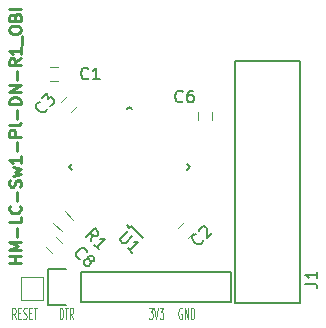
<source format=gbr>
G04 #@! TF.FileFunction,Legend,Top*
%FSLAX46Y46*%
G04 Gerber Fmt 4.6, Leading zero omitted, Abs format (unit mm)*
G04 Created by KiCad (PCBNEW 4.0.7) date 08/12/18 13:26:52*
%MOMM*%
%LPD*%
G01*
G04 APERTURE LIST*
%ADD10C,0.100000*%
%ADD11C,0.125000*%
%ADD12C,0.250000*%
%ADD13C,0.120000*%
%ADD14C,0.150000*%
G04 APERTURE END LIST*
D10*
D11*
X115062047Y-111641000D02*
X115014428Y-111593381D01*
X114943000Y-111593381D01*
X114871571Y-111641000D01*
X114823952Y-111736238D01*
X114800143Y-111831476D01*
X114776333Y-112021952D01*
X114776333Y-112164810D01*
X114800143Y-112355286D01*
X114823952Y-112450524D01*
X114871571Y-112545762D01*
X114943000Y-112593381D01*
X114990619Y-112593381D01*
X115062047Y-112545762D01*
X115085857Y-112498143D01*
X115085857Y-112164810D01*
X114990619Y-112164810D01*
X115300143Y-112593381D02*
X115300143Y-111593381D01*
X115585857Y-112593381D01*
X115585857Y-111593381D01*
X115823953Y-112593381D02*
X115823953Y-111593381D01*
X115943000Y-111593381D01*
X116014429Y-111641000D01*
X116062048Y-111736238D01*
X116085857Y-111831476D01*
X116109667Y-112021952D01*
X116109667Y-112164810D01*
X116085857Y-112355286D01*
X116062048Y-112450524D01*
X116014429Y-112545762D01*
X115943000Y-112593381D01*
X115823953Y-112593381D01*
X112283954Y-111593381D02*
X112593477Y-111593381D01*
X112426811Y-111974333D01*
X112498239Y-111974333D01*
X112545858Y-112021952D01*
X112569668Y-112069571D01*
X112593477Y-112164810D01*
X112593477Y-112402905D01*
X112569668Y-112498143D01*
X112545858Y-112545762D01*
X112498239Y-112593381D01*
X112355382Y-112593381D01*
X112307763Y-112545762D01*
X112283954Y-112498143D01*
X112736334Y-111593381D02*
X112903001Y-112593381D01*
X113069667Y-111593381D01*
X113188715Y-111593381D02*
X113498238Y-111593381D01*
X113331572Y-111974333D01*
X113403000Y-111974333D01*
X113450619Y-112021952D01*
X113474429Y-112069571D01*
X113498238Y-112164810D01*
X113498238Y-112402905D01*
X113474429Y-112498143D01*
X113450619Y-112545762D01*
X113403000Y-112593381D01*
X113260143Y-112593381D01*
X113212524Y-112545762D01*
X113188715Y-112498143D01*
X104711572Y-112593381D02*
X104711572Y-111593381D01*
X104830619Y-111593381D01*
X104902048Y-111641000D01*
X104949667Y-111736238D01*
X104973476Y-111831476D01*
X104997286Y-112021952D01*
X104997286Y-112164810D01*
X104973476Y-112355286D01*
X104949667Y-112450524D01*
X104902048Y-112545762D01*
X104830619Y-112593381D01*
X104711572Y-112593381D01*
X105140143Y-111593381D02*
X105425857Y-111593381D01*
X105283000Y-112593381D02*
X105283000Y-111593381D01*
X105878238Y-112593381D02*
X105711571Y-112117190D01*
X105592524Y-112593381D02*
X105592524Y-111593381D01*
X105783000Y-111593381D01*
X105830619Y-111641000D01*
X105854428Y-111688619D01*
X105878238Y-111783857D01*
X105878238Y-111926714D01*
X105854428Y-112021952D01*
X105830619Y-112069571D01*
X105783000Y-112117190D01*
X105592524Y-112117190D01*
X101000810Y-112593381D02*
X100834143Y-112117190D01*
X100715096Y-112593381D02*
X100715096Y-111593381D01*
X100905572Y-111593381D01*
X100953191Y-111641000D01*
X100977000Y-111688619D01*
X101000810Y-111783857D01*
X101000810Y-111926714D01*
X100977000Y-112021952D01*
X100953191Y-112069571D01*
X100905572Y-112117190D01*
X100715096Y-112117190D01*
X101215096Y-112069571D02*
X101381762Y-112069571D01*
X101453191Y-112593381D02*
X101215096Y-112593381D01*
X101215096Y-111593381D01*
X101453191Y-111593381D01*
X101643667Y-112545762D02*
X101715096Y-112593381D01*
X101834143Y-112593381D01*
X101881762Y-112545762D01*
X101905572Y-112498143D01*
X101929381Y-112402905D01*
X101929381Y-112307667D01*
X101905572Y-112212429D01*
X101881762Y-112164810D01*
X101834143Y-112117190D01*
X101738905Y-112069571D01*
X101691286Y-112021952D01*
X101667477Y-111974333D01*
X101643667Y-111879095D01*
X101643667Y-111783857D01*
X101667477Y-111688619D01*
X101691286Y-111641000D01*
X101738905Y-111593381D01*
X101857953Y-111593381D01*
X101929381Y-111641000D01*
X102143667Y-112069571D02*
X102310333Y-112069571D01*
X102381762Y-112593381D02*
X102143667Y-112593381D01*
X102143667Y-111593381D01*
X102381762Y-111593381D01*
X102524619Y-111593381D02*
X102810333Y-111593381D01*
X102667476Y-112593381D02*
X102667476Y-111593381D01*
D12*
X101447381Y-107784047D02*
X100447381Y-107784047D01*
X100923571Y-107784047D02*
X100923571Y-107212618D01*
X101447381Y-107212618D02*
X100447381Y-107212618D01*
X101447381Y-106736428D02*
X100447381Y-106736428D01*
X101161667Y-106403094D01*
X100447381Y-106069761D01*
X101447381Y-106069761D01*
X101066429Y-105593571D02*
X101066429Y-104831666D01*
X101447381Y-103879285D02*
X101447381Y-104355476D01*
X100447381Y-104355476D01*
X101352143Y-102974523D02*
X101399762Y-103022142D01*
X101447381Y-103164999D01*
X101447381Y-103260237D01*
X101399762Y-103403095D01*
X101304524Y-103498333D01*
X101209286Y-103545952D01*
X101018810Y-103593571D01*
X100875952Y-103593571D01*
X100685476Y-103545952D01*
X100590238Y-103498333D01*
X100495000Y-103403095D01*
X100447381Y-103260237D01*
X100447381Y-103164999D01*
X100495000Y-103022142D01*
X100542619Y-102974523D01*
X101066429Y-102545952D02*
X101066429Y-101784047D01*
X101399762Y-101355476D02*
X101447381Y-101212619D01*
X101447381Y-100974523D01*
X101399762Y-100879285D01*
X101352143Y-100831666D01*
X101256905Y-100784047D01*
X101161667Y-100784047D01*
X101066429Y-100831666D01*
X101018810Y-100879285D01*
X100971190Y-100974523D01*
X100923571Y-101165000D01*
X100875952Y-101260238D01*
X100828333Y-101307857D01*
X100733095Y-101355476D01*
X100637857Y-101355476D01*
X100542619Y-101307857D01*
X100495000Y-101260238D01*
X100447381Y-101165000D01*
X100447381Y-100926904D01*
X100495000Y-100784047D01*
X100780714Y-100450714D02*
X101447381Y-100260238D01*
X100971190Y-100069761D01*
X101447381Y-99879285D01*
X100780714Y-99688809D01*
X101447381Y-98784047D02*
X101447381Y-99355476D01*
X101447381Y-99069762D02*
X100447381Y-99069762D01*
X100590238Y-99165000D01*
X100685476Y-99260238D01*
X100733095Y-99355476D01*
X101066429Y-98355476D02*
X101066429Y-97593571D01*
X101447381Y-97117381D02*
X100447381Y-97117381D01*
X100447381Y-96736428D01*
X100495000Y-96641190D01*
X100542619Y-96593571D01*
X100637857Y-96545952D01*
X100780714Y-96545952D01*
X100875952Y-96593571D01*
X100923571Y-96641190D01*
X100971190Y-96736428D01*
X100971190Y-97117381D01*
X101447381Y-95974524D02*
X101399762Y-96069762D01*
X101304524Y-96117381D01*
X100447381Y-96117381D01*
X101066429Y-95593571D02*
X101066429Y-94831666D01*
X101447381Y-94355476D02*
X100447381Y-94355476D01*
X100447381Y-94117381D01*
X100495000Y-93974523D01*
X100590238Y-93879285D01*
X100685476Y-93831666D01*
X100875952Y-93784047D01*
X101018810Y-93784047D01*
X101209286Y-93831666D01*
X101304524Y-93879285D01*
X101399762Y-93974523D01*
X101447381Y-94117381D01*
X101447381Y-94355476D01*
X101447381Y-93355476D02*
X100447381Y-93355476D01*
X101447381Y-92784047D01*
X100447381Y-92784047D01*
X101066429Y-92307857D02*
X101066429Y-91545952D01*
X101447381Y-90498333D02*
X100971190Y-90831667D01*
X101447381Y-91069762D02*
X100447381Y-91069762D01*
X100447381Y-90688809D01*
X100495000Y-90593571D01*
X100542619Y-90545952D01*
X100637857Y-90498333D01*
X100780714Y-90498333D01*
X100875952Y-90545952D01*
X100923571Y-90593571D01*
X100971190Y-90688809D01*
X100971190Y-91069762D01*
X101447381Y-89545952D02*
X101447381Y-90117381D01*
X101447381Y-89831667D02*
X100447381Y-89831667D01*
X100590238Y-89926905D01*
X100685476Y-90022143D01*
X100733095Y-90117381D01*
X101542619Y-89355476D02*
X101542619Y-88593571D01*
X100447381Y-88165000D02*
X100447381Y-87974523D01*
X100495000Y-87879285D01*
X100590238Y-87784047D01*
X100780714Y-87736428D01*
X101114048Y-87736428D01*
X101304524Y-87784047D01*
X101399762Y-87879285D01*
X101447381Y-87974523D01*
X101447381Y-88165000D01*
X101399762Y-88260238D01*
X101304524Y-88355476D01*
X101114048Y-88403095D01*
X100780714Y-88403095D01*
X100590238Y-88355476D01*
X100495000Y-88260238D01*
X100447381Y-88165000D01*
X100923571Y-86974523D02*
X100971190Y-86831666D01*
X101018810Y-86784047D01*
X101114048Y-86736428D01*
X101256905Y-86736428D01*
X101352143Y-86784047D01*
X101399762Y-86831666D01*
X101447381Y-86926904D01*
X101447381Y-87307857D01*
X100447381Y-87307857D01*
X100447381Y-86974523D01*
X100495000Y-86879285D01*
X100542619Y-86831666D01*
X100637857Y-86784047D01*
X100733095Y-86784047D01*
X100828333Y-86831666D01*
X100875952Y-86879285D01*
X100923571Y-86974523D01*
X100923571Y-87307857D01*
X101447381Y-86307857D02*
X100447381Y-86307857D01*
D13*
X103917000Y-91221000D02*
X104617000Y-91221000D01*
X104617000Y-92421000D02*
X103917000Y-92421000D01*
D14*
X110617000Y-104821524D02*
X110776099Y-104662425D01*
X105490476Y-99695000D02*
X105720286Y-99465190D01*
X110617000Y-94568476D02*
X110387190Y-94798286D01*
X115743524Y-99695000D02*
X115513714Y-99924810D01*
X110617000Y-104821524D02*
X110387190Y-104591714D01*
X115743524Y-99695000D02*
X115513714Y-99465190D01*
X110617000Y-94568476D02*
X110846810Y-94798286D01*
X105490476Y-99695000D02*
X105720286Y-99924810D01*
X110776099Y-104662425D02*
X111783726Y-105670052D01*
X106553000Y-108585000D02*
X119253000Y-108585000D01*
X119253000Y-108585000D02*
X119253000Y-111125000D01*
X119253000Y-111125000D02*
X106553000Y-111125000D01*
X103733000Y-108305000D02*
X105283000Y-108305000D01*
X106553000Y-108585000D02*
X106553000Y-111125000D01*
X105283000Y-111405000D02*
X103733000Y-111405000D01*
X103733000Y-111405000D02*
X103733000Y-108305000D01*
D13*
X116114751Y-105205777D02*
X115619777Y-105700751D01*
X114771249Y-104852223D02*
X115266223Y-104357249D01*
X106208751Y-94537777D02*
X105713777Y-95032751D01*
X104865249Y-94184223D02*
X105360223Y-93689249D01*
X104090223Y-106970751D02*
X103595249Y-106475777D01*
X104443777Y-105627249D02*
X104938751Y-106122223D01*
X104901721Y-105101386D02*
X104194614Y-104394279D01*
X105156279Y-103432614D02*
X105863386Y-104139721D01*
X101445000Y-109015000D02*
X101445000Y-110915000D01*
X101445000Y-110915000D02*
X103295000Y-110915000D01*
X103295000Y-110915000D02*
X103295000Y-109065000D01*
X103295000Y-109065000D02*
X103295000Y-109015000D01*
X103295000Y-109015000D02*
X101445000Y-109015000D01*
D14*
X125063000Y-111219000D02*
X125063000Y-90719000D01*
X125063000Y-90719000D02*
X119563000Y-90719000D01*
X119563000Y-90719000D02*
X119563000Y-111219000D01*
X119563000Y-111219000D02*
X125063000Y-111219000D01*
D13*
X116395000Y-95715000D02*
X116395000Y-95015000D01*
X117595000Y-95015000D02*
X117595000Y-95715000D01*
D14*
X107148334Y-92178143D02*
X107100715Y-92225762D01*
X106957858Y-92273381D01*
X106862620Y-92273381D01*
X106719762Y-92225762D01*
X106624524Y-92130524D01*
X106576905Y-92035286D01*
X106529286Y-91844810D01*
X106529286Y-91701952D01*
X106576905Y-91511476D01*
X106624524Y-91416238D01*
X106719762Y-91321000D01*
X106862620Y-91273381D01*
X106957858Y-91273381D01*
X107100715Y-91321000D01*
X107148334Y-91368619D01*
X108100715Y-92273381D02*
X107529286Y-92273381D01*
X107815000Y-92273381D02*
X107815000Y-91273381D01*
X107719762Y-91416238D01*
X107624524Y-91511476D01*
X107529286Y-91559095D01*
X110465477Y-105119027D02*
X109893057Y-105691447D01*
X109859385Y-105792462D01*
X109859385Y-105859805D01*
X109893057Y-105960820D01*
X110027745Y-106095508D01*
X110128760Y-106129180D01*
X110196103Y-106129180D01*
X110297118Y-106095508D01*
X110869538Y-105523088D01*
X110869538Y-106937302D02*
X110465477Y-106533240D01*
X110667507Y-106735271D02*
X111374614Y-106028164D01*
X111206255Y-106061836D01*
X111071569Y-106061836D01*
X110970553Y-106028164D01*
X116847688Y-105907389D02*
X116847688Y-105974732D01*
X116780344Y-106109419D01*
X116713001Y-106176763D01*
X116578313Y-106244107D01*
X116443626Y-106244107D01*
X116342611Y-106210435D01*
X116174253Y-106109420D01*
X116073237Y-106008404D01*
X115972222Y-105840045D01*
X115938550Y-105739030D01*
X115938550Y-105604343D01*
X116005894Y-105469656D01*
X116073237Y-105402312D01*
X116207924Y-105334969D01*
X116275268Y-105334969D01*
X116544641Y-105065595D02*
X116544641Y-104998252D01*
X116578313Y-104897237D01*
X116746672Y-104728877D01*
X116847688Y-104695206D01*
X116915031Y-104695206D01*
X117016046Y-104728877D01*
X117083390Y-104796221D01*
X117150733Y-104930908D01*
X117150733Y-105739030D01*
X117588466Y-105301297D01*
X103629688Y-94735388D02*
X103629688Y-94802731D01*
X103562344Y-94937418D01*
X103495001Y-95004762D01*
X103360313Y-95072106D01*
X103225626Y-95072106D01*
X103124611Y-95038434D01*
X102956253Y-94937419D01*
X102855237Y-94836403D01*
X102754222Y-94668044D01*
X102720550Y-94567029D01*
X102720550Y-94432342D01*
X102787894Y-94297655D01*
X102855237Y-94230311D01*
X102989924Y-94162968D01*
X103057268Y-94162968D01*
X103225626Y-93859923D02*
X103663359Y-93422189D01*
X103697030Y-93927266D01*
X103798046Y-93826250D01*
X103899061Y-93792578D01*
X103966405Y-93792578D01*
X104067421Y-93826251D01*
X104235779Y-93994609D01*
X104269451Y-94095625D01*
X104269451Y-94162968D01*
X104235779Y-94263983D01*
X104033748Y-94466014D01*
X103932733Y-94499686D01*
X103865390Y-94499686D01*
X106436611Y-107449688D02*
X106369268Y-107449688D01*
X106234581Y-107382344D01*
X106167237Y-107315001D01*
X106099893Y-107180313D01*
X106099893Y-107045626D01*
X106133565Y-106944611D01*
X106234580Y-106776253D01*
X106335596Y-106675237D01*
X106503955Y-106574222D01*
X106604970Y-106540550D01*
X106739657Y-106540550D01*
X106874344Y-106607894D01*
X106941688Y-106675237D01*
X107009031Y-106809924D01*
X107009031Y-106877268D01*
X107177390Y-107517030D02*
X107143718Y-107416015D01*
X107143718Y-107348672D01*
X107177390Y-107247657D01*
X107211061Y-107213985D01*
X107312076Y-107180313D01*
X107379420Y-107180313D01*
X107480435Y-107213985D01*
X107615123Y-107348672D01*
X107648794Y-107449688D01*
X107648794Y-107517031D01*
X107615123Y-107618046D01*
X107581451Y-107651718D01*
X107480436Y-107685390D01*
X107413092Y-107685390D01*
X107312077Y-107651718D01*
X107177390Y-107517030D01*
X107076374Y-107483359D01*
X107009031Y-107483359D01*
X106908015Y-107517031D01*
X106773328Y-107651718D01*
X106739657Y-107752733D01*
X106739657Y-107820076D01*
X106773328Y-107921092D01*
X106908016Y-108055779D01*
X107009031Y-108089451D01*
X107076374Y-108089451D01*
X107177390Y-108055779D01*
X107312076Y-107921092D01*
X107345749Y-107820076D01*
X107345749Y-107752733D01*
X107312077Y-107651718D01*
X107385268Y-105993031D02*
X107486283Y-105420610D01*
X106981206Y-105588970D02*
X107688313Y-104881863D01*
X107957688Y-105151237D01*
X107991359Y-105252253D01*
X107991359Y-105319596D01*
X107957688Y-105420611D01*
X107856672Y-105521626D01*
X107755657Y-105555298D01*
X107688314Y-105555298D01*
X107587299Y-105521626D01*
X107317924Y-105252252D01*
X108058703Y-106666466D02*
X107654641Y-106262405D01*
X107856672Y-106464435D02*
X108563778Y-105757328D01*
X108395420Y-105791000D01*
X108260733Y-105791000D01*
X108159718Y-105757328D01*
X125515381Y-109552333D02*
X126229667Y-109552333D01*
X126372524Y-109599953D01*
X126467762Y-109695191D01*
X126515381Y-109838048D01*
X126515381Y-109933286D01*
X126515381Y-108552333D02*
X126515381Y-109123762D01*
X126515381Y-108838048D02*
X125515381Y-108838048D01*
X125658238Y-108933286D01*
X125753476Y-109028524D01*
X125801095Y-109123762D01*
X115128334Y-94122143D02*
X115080715Y-94169762D01*
X114937858Y-94217381D01*
X114842620Y-94217381D01*
X114699762Y-94169762D01*
X114604524Y-94074524D01*
X114556905Y-93979286D01*
X114509286Y-93788810D01*
X114509286Y-93645952D01*
X114556905Y-93455476D01*
X114604524Y-93360238D01*
X114699762Y-93265000D01*
X114842620Y-93217381D01*
X114937858Y-93217381D01*
X115080715Y-93265000D01*
X115128334Y-93312619D01*
X115985477Y-93217381D02*
X115795000Y-93217381D01*
X115699762Y-93265000D01*
X115652143Y-93312619D01*
X115556905Y-93455476D01*
X115509286Y-93645952D01*
X115509286Y-94026905D01*
X115556905Y-94122143D01*
X115604524Y-94169762D01*
X115699762Y-94217381D01*
X115890239Y-94217381D01*
X115985477Y-94169762D01*
X116033096Y-94122143D01*
X116080715Y-94026905D01*
X116080715Y-93788810D01*
X116033096Y-93693571D01*
X115985477Y-93645952D01*
X115890239Y-93598333D01*
X115699762Y-93598333D01*
X115604524Y-93645952D01*
X115556905Y-93693571D01*
X115509286Y-93788810D01*
M02*

</source>
